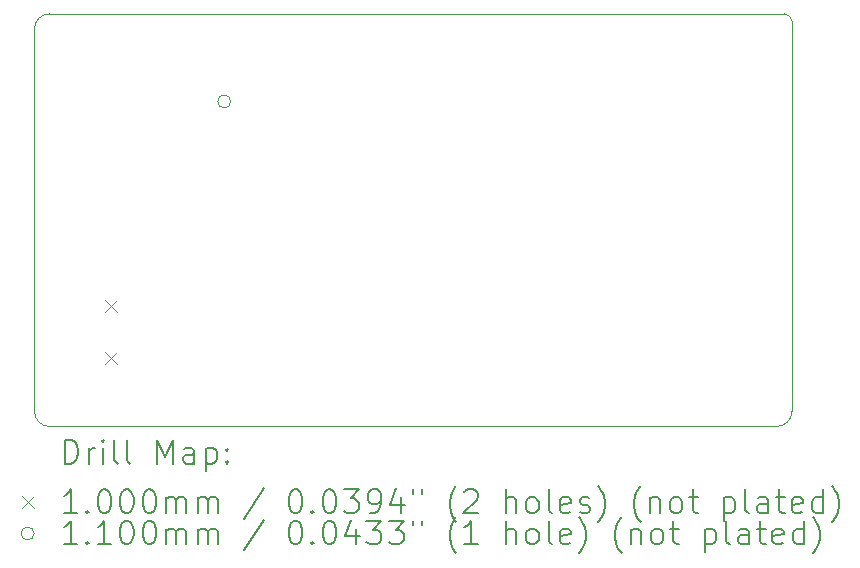
<source format=gbr>
%TF.GenerationSoftware,KiCad,Pcbnew,7.0.7*%
%TF.CreationDate,2023-10-24T17:10:39+02:00*%
%TF.ProjectId,Carte_Clavier,43617274-655f-4436-9c61-766965722e6b,rev?*%
%TF.SameCoordinates,Original*%
%TF.FileFunction,Drillmap*%
%TF.FilePolarity,Positive*%
%FSLAX45Y45*%
G04 Gerber Fmt 4.5, Leading zero omitted, Abs format (unit mm)*
G04 Created by KiCad (PCBNEW 7.0.7) date 2023-10-24 17:10:39*
%MOMM*%
%LPD*%
G01*
G04 APERTURE LIST*
%ADD10C,0.050000*%
%ADD11C,0.200000*%
%ADD12C,0.100000*%
%ADD13C,0.110000*%
G04 APERTURE END LIST*
D10*
X19177000Y-7874000D02*
G75*
G03*
X19113500Y-7810500I-63500J0D01*
G01*
X19113500Y-7810500D02*
X12890500Y-7810500D01*
X19177000Y-7874000D02*
X19177000Y-11176000D01*
X12763500Y-7937500D02*
X12763500Y-11176000D01*
X19050000Y-11303000D02*
X12890500Y-11303000D01*
X19050000Y-11303000D02*
G75*
G03*
X19177000Y-11176000I0J127000D01*
G01*
X12763500Y-11176000D02*
G75*
G03*
X12890500Y-11303000I127000J0D01*
G01*
X12890500Y-7810500D02*
G75*
G03*
X12763500Y-7937500I0J-127000D01*
G01*
D11*
D12*
X13362020Y-10232900D02*
X13462020Y-10332900D01*
X13462020Y-10232900D02*
X13362020Y-10332900D01*
X13362020Y-10672900D02*
X13462020Y-10772900D01*
X13462020Y-10672900D02*
X13362020Y-10772900D01*
D13*
X14425320Y-8551800D02*
G75*
G03*
X14425320Y-8551800I-55000J0D01*
G01*
D11*
X13021777Y-11616984D02*
X13021777Y-11416984D01*
X13021777Y-11416984D02*
X13069396Y-11416984D01*
X13069396Y-11416984D02*
X13097967Y-11426508D01*
X13097967Y-11426508D02*
X13117015Y-11445555D01*
X13117015Y-11445555D02*
X13126539Y-11464603D01*
X13126539Y-11464603D02*
X13136062Y-11502698D01*
X13136062Y-11502698D02*
X13136062Y-11531269D01*
X13136062Y-11531269D02*
X13126539Y-11569365D01*
X13126539Y-11569365D02*
X13117015Y-11588412D01*
X13117015Y-11588412D02*
X13097967Y-11607460D01*
X13097967Y-11607460D02*
X13069396Y-11616984D01*
X13069396Y-11616984D02*
X13021777Y-11616984D01*
X13221777Y-11616984D02*
X13221777Y-11483650D01*
X13221777Y-11521746D02*
X13231301Y-11502698D01*
X13231301Y-11502698D02*
X13240824Y-11493174D01*
X13240824Y-11493174D02*
X13259872Y-11483650D01*
X13259872Y-11483650D02*
X13278920Y-11483650D01*
X13345586Y-11616984D02*
X13345586Y-11483650D01*
X13345586Y-11416984D02*
X13336062Y-11426508D01*
X13336062Y-11426508D02*
X13345586Y-11436031D01*
X13345586Y-11436031D02*
X13355110Y-11426508D01*
X13355110Y-11426508D02*
X13345586Y-11416984D01*
X13345586Y-11416984D02*
X13345586Y-11436031D01*
X13469396Y-11616984D02*
X13450348Y-11607460D01*
X13450348Y-11607460D02*
X13440824Y-11588412D01*
X13440824Y-11588412D02*
X13440824Y-11416984D01*
X13574158Y-11616984D02*
X13555110Y-11607460D01*
X13555110Y-11607460D02*
X13545586Y-11588412D01*
X13545586Y-11588412D02*
X13545586Y-11416984D01*
X13802729Y-11616984D02*
X13802729Y-11416984D01*
X13802729Y-11416984D02*
X13869396Y-11559841D01*
X13869396Y-11559841D02*
X13936062Y-11416984D01*
X13936062Y-11416984D02*
X13936062Y-11616984D01*
X14117015Y-11616984D02*
X14117015Y-11512222D01*
X14117015Y-11512222D02*
X14107491Y-11493174D01*
X14107491Y-11493174D02*
X14088443Y-11483650D01*
X14088443Y-11483650D02*
X14050348Y-11483650D01*
X14050348Y-11483650D02*
X14031301Y-11493174D01*
X14117015Y-11607460D02*
X14097967Y-11616984D01*
X14097967Y-11616984D02*
X14050348Y-11616984D01*
X14050348Y-11616984D02*
X14031301Y-11607460D01*
X14031301Y-11607460D02*
X14021777Y-11588412D01*
X14021777Y-11588412D02*
X14021777Y-11569365D01*
X14021777Y-11569365D02*
X14031301Y-11550317D01*
X14031301Y-11550317D02*
X14050348Y-11540793D01*
X14050348Y-11540793D02*
X14097967Y-11540793D01*
X14097967Y-11540793D02*
X14117015Y-11531269D01*
X14212253Y-11483650D02*
X14212253Y-11683650D01*
X14212253Y-11493174D02*
X14231301Y-11483650D01*
X14231301Y-11483650D02*
X14269396Y-11483650D01*
X14269396Y-11483650D02*
X14288443Y-11493174D01*
X14288443Y-11493174D02*
X14297967Y-11502698D01*
X14297967Y-11502698D02*
X14307491Y-11521746D01*
X14307491Y-11521746D02*
X14307491Y-11578888D01*
X14307491Y-11578888D02*
X14297967Y-11597936D01*
X14297967Y-11597936D02*
X14288443Y-11607460D01*
X14288443Y-11607460D02*
X14269396Y-11616984D01*
X14269396Y-11616984D02*
X14231301Y-11616984D01*
X14231301Y-11616984D02*
X14212253Y-11607460D01*
X14393205Y-11597936D02*
X14402729Y-11607460D01*
X14402729Y-11607460D02*
X14393205Y-11616984D01*
X14393205Y-11616984D02*
X14383682Y-11607460D01*
X14383682Y-11607460D02*
X14393205Y-11597936D01*
X14393205Y-11597936D02*
X14393205Y-11616984D01*
X14393205Y-11493174D02*
X14402729Y-11502698D01*
X14402729Y-11502698D02*
X14393205Y-11512222D01*
X14393205Y-11512222D02*
X14383682Y-11502698D01*
X14383682Y-11502698D02*
X14393205Y-11493174D01*
X14393205Y-11493174D02*
X14393205Y-11512222D01*
D12*
X12661000Y-11895500D02*
X12761000Y-11995500D01*
X12761000Y-11895500D02*
X12661000Y-11995500D01*
D11*
X13126539Y-12036984D02*
X13012253Y-12036984D01*
X13069396Y-12036984D02*
X13069396Y-11836984D01*
X13069396Y-11836984D02*
X13050348Y-11865555D01*
X13050348Y-11865555D02*
X13031301Y-11884603D01*
X13031301Y-11884603D02*
X13012253Y-11894127D01*
X13212253Y-12017936D02*
X13221777Y-12027460D01*
X13221777Y-12027460D02*
X13212253Y-12036984D01*
X13212253Y-12036984D02*
X13202729Y-12027460D01*
X13202729Y-12027460D02*
X13212253Y-12017936D01*
X13212253Y-12017936D02*
X13212253Y-12036984D01*
X13345586Y-11836984D02*
X13364634Y-11836984D01*
X13364634Y-11836984D02*
X13383682Y-11846508D01*
X13383682Y-11846508D02*
X13393205Y-11856031D01*
X13393205Y-11856031D02*
X13402729Y-11875079D01*
X13402729Y-11875079D02*
X13412253Y-11913174D01*
X13412253Y-11913174D02*
X13412253Y-11960793D01*
X13412253Y-11960793D02*
X13402729Y-11998888D01*
X13402729Y-11998888D02*
X13393205Y-12017936D01*
X13393205Y-12017936D02*
X13383682Y-12027460D01*
X13383682Y-12027460D02*
X13364634Y-12036984D01*
X13364634Y-12036984D02*
X13345586Y-12036984D01*
X13345586Y-12036984D02*
X13326539Y-12027460D01*
X13326539Y-12027460D02*
X13317015Y-12017936D01*
X13317015Y-12017936D02*
X13307491Y-11998888D01*
X13307491Y-11998888D02*
X13297967Y-11960793D01*
X13297967Y-11960793D02*
X13297967Y-11913174D01*
X13297967Y-11913174D02*
X13307491Y-11875079D01*
X13307491Y-11875079D02*
X13317015Y-11856031D01*
X13317015Y-11856031D02*
X13326539Y-11846508D01*
X13326539Y-11846508D02*
X13345586Y-11836984D01*
X13536062Y-11836984D02*
X13555110Y-11836984D01*
X13555110Y-11836984D02*
X13574158Y-11846508D01*
X13574158Y-11846508D02*
X13583682Y-11856031D01*
X13583682Y-11856031D02*
X13593205Y-11875079D01*
X13593205Y-11875079D02*
X13602729Y-11913174D01*
X13602729Y-11913174D02*
X13602729Y-11960793D01*
X13602729Y-11960793D02*
X13593205Y-11998888D01*
X13593205Y-11998888D02*
X13583682Y-12017936D01*
X13583682Y-12017936D02*
X13574158Y-12027460D01*
X13574158Y-12027460D02*
X13555110Y-12036984D01*
X13555110Y-12036984D02*
X13536062Y-12036984D01*
X13536062Y-12036984D02*
X13517015Y-12027460D01*
X13517015Y-12027460D02*
X13507491Y-12017936D01*
X13507491Y-12017936D02*
X13497967Y-11998888D01*
X13497967Y-11998888D02*
X13488443Y-11960793D01*
X13488443Y-11960793D02*
X13488443Y-11913174D01*
X13488443Y-11913174D02*
X13497967Y-11875079D01*
X13497967Y-11875079D02*
X13507491Y-11856031D01*
X13507491Y-11856031D02*
X13517015Y-11846508D01*
X13517015Y-11846508D02*
X13536062Y-11836984D01*
X13726539Y-11836984D02*
X13745586Y-11836984D01*
X13745586Y-11836984D02*
X13764634Y-11846508D01*
X13764634Y-11846508D02*
X13774158Y-11856031D01*
X13774158Y-11856031D02*
X13783682Y-11875079D01*
X13783682Y-11875079D02*
X13793205Y-11913174D01*
X13793205Y-11913174D02*
X13793205Y-11960793D01*
X13793205Y-11960793D02*
X13783682Y-11998888D01*
X13783682Y-11998888D02*
X13774158Y-12017936D01*
X13774158Y-12017936D02*
X13764634Y-12027460D01*
X13764634Y-12027460D02*
X13745586Y-12036984D01*
X13745586Y-12036984D02*
X13726539Y-12036984D01*
X13726539Y-12036984D02*
X13707491Y-12027460D01*
X13707491Y-12027460D02*
X13697967Y-12017936D01*
X13697967Y-12017936D02*
X13688443Y-11998888D01*
X13688443Y-11998888D02*
X13678920Y-11960793D01*
X13678920Y-11960793D02*
X13678920Y-11913174D01*
X13678920Y-11913174D02*
X13688443Y-11875079D01*
X13688443Y-11875079D02*
X13697967Y-11856031D01*
X13697967Y-11856031D02*
X13707491Y-11846508D01*
X13707491Y-11846508D02*
X13726539Y-11836984D01*
X13878920Y-12036984D02*
X13878920Y-11903650D01*
X13878920Y-11922698D02*
X13888443Y-11913174D01*
X13888443Y-11913174D02*
X13907491Y-11903650D01*
X13907491Y-11903650D02*
X13936063Y-11903650D01*
X13936063Y-11903650D02*
X13955110Y-11913174D01*
X13955110Y-11913174D02*
X13964634Y-11932222D01*
X13964634Y-11932222D02*
X13964634Y-12036984D01*
X13964634Y-11932222D02*
X13974158Y-11913174D01*
X13974158Y-11913174D02*
X13993205Y-11903650D01*
X13993205Y-11903650D02*
X14021777Y-11903650D01*
X14021777Y-11903650D02*
X14040824Y-11913174D01*
X14040824Y-11913174D02*
X14050348Y-11932222D01*
X14050348Y-11932222D02*
X14050348Y-12036984D01*
X14145586Y-12036984D02*
X14145586Y-11903650D01*
X14145586Y-11922698D02*
X14155110Y-11913174D01*
X14155110Y-11913174D02*
X14174158Y-11903650D01*
X14174158Y-11903650D02*
X14202729Y-11903650D01*
X14202729Y-11903650D02*
X14221777Y-11913174D01*
X14221777Y-11913174D02*
X14231301Y-11932222D01*
X14231301Y-11932222D02*
X14231301Y-12036984D01*
X14231301Y-11932222D02*
X14240824Y-11913174D01*
X14240824Y-11913174D02*
X14259872Y-11903650D01*
X14259872Y-11903650D02*
X14288443Y-11903650D01*
X14288443Y-11903650D02*
X14307491Y-11913174D01*
X14307491Y-11913174D02*
X14317015Y-11932222D01*
X14317015Y-11932222D02*
X14317015Y-12036984D01*
X14707491Y-11827460D02*
X14536063Y-12084603D01*
X14964634Y-11836984D02*
X14983682Y-11836984D01*
X14983682Y-11836984D02*
X15002729Y-11846508D01*
X15002729Y-11846508D02*
X15012253Y-11856031D01*
X15012253Y-11856031D02*
X15021777Y-11875079D01*
X15021777Y-11875079D02*
X15031301Y-11913174D01*
X15031301Y-11913174D02*
X15031301Y-11960793D01*
X15031301Y-11960793D02*
X15021777Y-11998888D01*
X15021777Y-11998888D02*
X15012253Y-12017936D01*
X15012253Y-12017936D02*
X15002729Y-12027460D01*
X15002729Y-12027460D02*
X14983682Y-12036984D01*
X14983682Y-12036984D02*
X14964634Y-12036984D01*
X14964634Y-12036984D02*
X14945586Y-12027460D01*
X14945586Y-12027460D02*
X14936063Y-12017936D01*
X14936063Y-12017936D02*
X14926539Y-11998888D01*
X14926539Y-11998888D02*
X14917015Y-11960793D01*
X14917015Y-11960793D02*
X14917015Y-11913174D01*
X14917015Y-11913174D02*
X14926539Y-11875079D01*
X14926539Y-11875079D02*
X14936063Y-11856031D01*
X14936063Y-11856031D02*
X14945586Y-11846508D01*
X14945586Y-11846508D02*
X14964634Y-11836984D01*
X15117015Y-12017936D02*
X15126539Y-12027460D01*
X15126539Y-12027460D02*
X15117015Y-12036984D01*
X15117015Y-12036984D02*
X15107491Y-12027460D01*
X15107491Y-12027460D02*
X15117015Y-12017936D01*
X15117015Y-12017936D02*
X15117015Y-12036984D01*
X15250348Y-11836984D02*
X15269396Y-11836984D01*
X15269396Y-11836984D02*
X15288444Y-11846508D01*
X15288444Y-11846508D02*
X15297967Y-11856031D01*
X15297967Y-11856031D02*
X15307491Y-11875079D01*
X15307491Y-11875079D02*
X15317015Y-11913174D01*
X15317015Y-11913174D02*
X15317015Y-11960793D01*
X15317015Y-11960793D02*
X15307491Y-11998888D01*
X15307491Y-11998888D02*
X15297967Y-12017936D01*
X15297967Y-12017936D02*
X15288444Y-12027460D01*
X15288444Y-12027460D02*
X15269396Y-12036984D01*
X15269396Y-12036984D02*
X15250348Y-12036984D01*
X15250348Y-12036984D02*
X15231301Y-12027460D01*
X15231301Y-12027460D02*
X15221777Y-12017936D01*
X15221777Y-12017936D02*
X15212253Y-11998888D01*
X15212253Y-11998888D02*
X15202729Y-11960793D01*
X15202729Y-11960793D02*
X15202729Y-11913174D01*
X15202729Y-11913174D02*
X15212253Y-11875079D01*
X15212253Y-11875079D02*
X15221777Y-11856031D01*
X15221777Y-11856031D02*
X15231301Y-11846508D01*
X15231301Y-11846508D02*
X15250348Y-11836984D01*
X15383682Y-11836984D02*
X15507491Y-11836984D01*
X15507491Y-11836984D02*
X15440825Y-11913174D01*
X15440825Y-11913174D02*
X15469396Y-11913174D01*
X15469396Y-11913174D02*
X15488444Y-11922698D01*
X15488444Y-11922698D02*
X15497967Y-11932222D01*
X15497967Y-11932222D02*
X15507491Y-11951269D01*
X15507491Y-11951269D02*
X15507491Y-11998888D01*
X15507491Y-11998888D02*
X15497967Y-12017936D01*
X15497967Y-12017936D02*
X15488444Y-12027460D01*
X15488444Y-12027460D02*
X15469396Y-12036984D01*
X15469396Y-12036984D02*
X15412253Y-12036984D01*
X15412253Y-12036984D02*
X15393206Y-12027460D01*
X15393206Y-12027460D02*
X15383682Y-12017936D01*
X15602729Y-12036984D02*
X15640825Y-12036984D01*
X15640825Y-12036984D02*
X15659872Y-12027460D01*
X15659872Y-12027460D02*
X15669396Y-12017936D01*
X15669396Y-12017936D02*
X15688444Y-11989365D01*
X15688444Y-11989365D02*
X15697967Y-11951269D01*
X15697967Y-11951269D02*
X15697967Y-11875079D01*
X15697967Y-11875079D02*
X15688444Y-11856031D01*
X15688444Y-11856031D02*
X15678920Y-11846508D01*
X15678920Y-11846508D02*
X15659872Y-11836984D01*
X15659872Y-11836984D02*
X15621777Y-11836984D01*
X15621777Y-11836984D02*
X15602729Y-11846508D01*
X15602729Y-11846508D02*
X15593206Y-11856031D01*
X15593206Y-11856031D02*
X15583682Y-11875079D01*
X15583682Y-11875079D02*
X15583682Y-11922698D01*
X15583682Y-11922698D02*
X15593206Y-11941746D01*
X15593206Y-11941746D02*
X15602729Y-11951269D01*
X15602729Y-11951269D02*
X15621777Y-11960793D01*
X15621777Y-11960793D02*
X15659872Y-11960793D01*
X15659872Y-11960793D02*
X15678920Y-11951269D01*
X15678920Y-11951269D02*
X15688444Y-11941746D01*
X15688444Y-11941746D02*
X15697967Y-11922698D01*
X15869396Y-11903650D02*
X15869396Y-12036984D01*
X15821777Y-11827460D02*
X15774158Y-11970317D01*
X15774158Y-11970317D02*
X15897967Y-11970317D01*
X15964634Y-11836984D02*
X15964634Y-11875079D01*
X16040825Y-11836984D02*
X16040825Y-11875079D01*
X16336063Y-12113174D02*
X16326539Y-12103650D01*
X16326539Y-12103650D02*
X16307491Y-12075079D01*
X16307491Y-12075079D02*
X16297968Y-12056031D01*
X16297968Y-12056031D02*
X16288444Y-12027460D01*
X16288444Y-12027460D02*
X16278920Y-11979841D01*
X16278920Y-11979841D02*
X16278920Y-11941746D01*
X16278920Y-11941746D02*
X16288444Y-11894127D01*
X16288444Y-11894127D02*
X16297968Y-11865555D01*
X16297968Y-11865555D02*
X16307491Y-11846508D01*
X16307491Y-11846508D02*
X16326539Y-11817936D01*
X16326539Y-11817936D02*
X16336063Y-11808412D01*
X16402729Y-11856031D02*
X16412253Y-11846508D01*
X16412253Y-11846508D02*
X16431301Y-11836984D01*
X16431301Y-11836984D02*
X16478920Y-11836984D01*
X16478920Y-11836984D02*
X16497968Y-11846508D01*
X16497968Y-11846508D02*
X16507491Y-11856031D01*
X16507491Y-11856031D02*
X16517015Y-11875079D01*
X16517015Y-11875079D02*
X16517015Y-11894127D01*
X16517015Y-11894127D02*
X16507491Y-11922698D01*
X16507491Y-11922698D02*
X16393206Y-12036984D01*
X16393206Y-12036984D02*
X16517015Y-12036984D01*
X16755110Y-12036984D02*
X16755110Y-11836984D01*
X16840825Y-12036984D02*
X16840825Y-11932222D01*
X16840825Y-11932222D02*
X16831301Y-11913174D01*
X16831301Y-11913174D02*
X16812253Y-11903650D01*
X16812253Y-11903650D02*
X16783682Y-11903650D01*
X16783682Y-11903650D02*
X16764634Y-11913174D01*
X16764634Y-11913174D02*
X16755110Y-11922698D01*
X16964634Y-12036984D02*
X16945587Y-12027460D01*
X16945587Y-12027460D02*
X16936063Y-12017936D01*
X16936063Y-12017936D02*
X16926539Y-11998888D01*
X16926539Y-11998888D02*
X16926539Y-11941746D01*
X16926539Y-11941746D02*
X16936063Y-11922698D01*
X16936063Y-11922698D02*
X16945587Y-11913174D01*
X16945587Y-11913174D02*
X16964634Y-11903650D01*
X16964634Y-11903650D02*
X16993206Y-11903650D01*
X16993206Y-11903650D02*
X17012253Y-11913174D01*
X17012253Y-11913174D02*
X17021777Y-11922698D01*
X17021777Y-11922698D02*
X17031301Y-11941746D01*
X17031301Y-11941746D02*
X17031301Y-11998888D01*
X17031301Y-11998888D02*
X17021777Y-12017936D01*
X17021777Y-12017936D02*
X17012253Y-12027460D01*
X17012253Y-12027460D02*
X16993206Y-12036984D01*
X16993206Y-12036984D02*
X16964634Y-12036984D01*
X17145587Y-12036984D02*
X17126539Y-12027460D01*
X17126539Y-12027460D02*
X17117015Y-12008412D01*
X17117015Y-12008412D02*
X17117015Y-11836984D01*
X17297968Y-12027460D02*
X17278920Y-12036984D01*
X17278920Y-12036984D02*
X17240825Y-12036984D01*
X17240825Y-12036984D02*
X17221777Y-12027460D01*
X17221777Y-12027460D02*
X17212253Y-12008412D01*
X17212253Y-12008412D02*
X17212253Y-11932222D01*
X17212253Y-11932222D02*
X17221777Y-11913174D01*
X17221777Y-11913174D02*
X17240825Y-11903650D01*
X17240825Y-11903650D02*
X17278920Y-11903650D01*
X17278920Y-11903650D02*
X17297968Y-11913174D01*
X17297968Y-11913174D02*
X17307492Y-11932222D01*
X17307492Y-11932222D02*
X17307492Y-11951269D01*
X17307492Y-11951269D02*
X17212253Y-11970317D01*
X17383682Y-12027460D02*
X17402730Y-12036984D01*
X17402730Y-12036984D02*
X17440825Y-12036984D01*
X17440825Y-12036984D02*
X17459873Y-12027460D01*
X17459873Y-12027460D02*
X17469396Y-12008412D01*
X17469396Y-12008412D02*
X17469396Y-11998888D01*
X17469396Y-11998888D02*
X17459873Y-11979841D01*
X17459873Y-11979841D02*
X17440825Y-11970317D01*
X17440825Y-11970317D02*
X17412253Y-11970317D01*
X17412253Y-11970317D02*
X17393206Y-11960793D01*
X17393206Y-11960793D02*
X17383682Y-11941746D01*
X17383682Y-11941746D02*
X17383682Y-11932222D01*
X17383682Y-11932222D02*
X17393206Y-11913174D01*
X17393206Y-11913174D02*
X17412253Y-11903650D01*
X17412253Y-11903650D02*
X17440825Y-11903650D01*
X17440825Y-11903650D02*
X17459873Y-11913174D01*
X17536063Y-12113174D02*
X17545587Y-12103650D01*
X17545587Y-12103650D02*
X17564634Y-12075079D01*
X17564634Y-12075079D02*
X17574158Y-12056031D01*
X17574158Y-12056031D02*
X17583682Y-12027460D01*
X17583682Y-12027460D02*
X17593206Y-11979841D01*
X17593206Y-11979841D02*
X17593206Y-11941746D01*
X17593206Y-11941746D02*
X17583682Y-11894127D01*
X17583682Y-11894127D02*
X17574158Y-11865555D01*
X17574158Y-11865555D02*
X17564634Y-11846508D01*
X17564634Y-11846508D02*
X17545587Y-11817936D01*
X17545587Y-11817936D02*
X17536063Y-11808412D01*
X17897968Y-12113174D02*
X17888444Y-12103650D01*
X17888444Y-12103650D02*
X17869396Y-12075079D01*
X17869396Y-12075079D02*
X17859873Y-12056031D01*
X17859873Y-12056031D02*
X17850349Y-12027460D01*
X17850349Y-12027460D02*
X17840825Y-11979841D01*
X17840825Y-11979841D02*
X17840825Y-11941746D01*
X17840825Y-11941746D02*
X17850349Y-11894127D01*
X17850349Y-11894127D02*
X17859873Y-11865555D01*
X17859873Y-11865555D02*
X17869396Y-11846508D01*
X17869396Y-11846508D02*
X17888444Y-11817936D01*
X17888444Y-11817936D02*
X17897968Y-11808412D01*
X17974158Y-11903650D02*
X17974158Y-12036984D01*
X17974158Y-11922698D02*
X17983682Y-11913174D01*
X17983682Y-11913174D02*
X18002730Y-11903650D01*
X18002730Y-11903650D02*
X18031301Y-11903650D01*
X18031301Y-11903650D02*
X18050349Y-11913174D01*
X18050349Y-11913174D02*
X18059873Y-11932222D01*
X18059873Y-11932222D02*
X18059873Y-12036984D01*
X18183682Y-12036984D02*
X18164634Y-12027460D01*
X18164634Y-12027460D02*
X18155111Y-12017936D01*
X18155111Y-12017936D02*
X18145587Y-11998888D01*
X18145587Y-11998888D02*
X18145587Y-11941746D01*
X18145587Y-11941746D02*
X18155111Y-11922698D01*
X18155111Y-11922698D02*
X18164634Y-11913174D01*
X18164634Y-11913174D02*
X18183682Y-11903650D01*
X18183682Y-11903650D02*
X18212254Y-11903650D01*
X18212254Y-11903650D02*
X18231301Y-11913174D01*
X18231301Y-11913174D02*
X18240825Y-11922698D01*
X18240825Y-11922698D02*
X18250349Y-11941746D01*
X18250349Y-11941746D02*
X18250349Y-11998888D01*
X18250349Y-11998888D02*
X18240825Y-12017936D01*
X18240825Y-12017936D02*
X18231301Y-12027460D01*
X18231301Y-12027460D02*
X18212254Y-12036984D01*
X18212254Y-12036984D02*
X18183682Y-12036984D01*
X18307492Y-11903650D02*
X18383682Y-11903650D01*
X18336063Y-11836984D02*
X18336063Y-12008412D01*
X18336063Y-12008412D02*
X18345587Y-12027460D01*
X18345587Y-12027460D02*
X18364634Y-12036984D01*
X18364634Y-12036984D02*
X18383682Y-12036984D01*
X18602730Y-11903650D02*
X18602730Y-12103650D01*
X18602730Y-11913174D02*
X18621777Y-11903650D01*
X18621777Y-11903650D02*
X18659873Y-11903650D01*
X18659873Y-11903650D02*
X18678920Y-11913174D01*
X18678920Y-11913174D02*
X18688444Y-11922698D01*
X18688444Y-11922698D02*
X18697968Y-11941746D01*
X18697968Y-11941746D02*
X18697968Y-11998888D01*
X18697968Y-11998888D02*
X18688444Y-12017936D01*
X18688444Y-12017936D02*
X18678920Y-12027460D01*
X18678920Y-12027460D02*
X18659873Y-12036984D01*
X18659873Y-12036984D02*
X18621777Y-12036984D01*
X18621777Y-12036984D02*
X18602730Y-12027460D01*
X18812254Y-12036984D02*
X18793206Y-12027460D01*
X18793206Y-12027460D02*
X18783682Y-12008412D01*
X18783682Y-12008412D02*
X18783682Y-11836984D01*
X18974158Y-12036984D02*
X18974158Y-11932222D01*
X18974158Y-11932222D02*
X18964635Y-11913174D01*
X18964635Y-11913174D02*
X18945587Y-11903650D01*
X18945587Y-11903650D02*
X18907492Y-11903650D01*
X18907492Y-11903650D02*
X18888444Y-11913174D01*
X18974158Y-12027460D02*
X18955111Y-12036984D01*
X18955111Y-12036984D02*
X18907492Y-12036984D01*
X18907492Y-12036984D02*
X18888444Y-12027460D01*
X18888444Y-12027460D02*
X18878920Y-12008412D01*
X18878920Y-12008412D02*
X18878920Y-11989365D01*
X18878920Y-11989365D02*
X18888444Y-11970317D01*
X18888444Y-11970317D02*
X18907492Y-11960793D01*
X18907492Y-11960793D02*
X18955111Y-11960793D01*
X18955111Y-11960793D02*
X18974158Y-11951269D01*
X19040825Y-11903650D02*
X19117015Y-11903650D01*
X19069396Y-11836984D02*
X19069396Y-12008412D01*
X19069396Y-12008412D02*
X19078920Y-12027460D01*
X19078920Y-12027460D02*
X19097968Y-12036984D01*
X19097968Y-12036984D02*
X19117015Y-12036984D01*
X19259873Y-12027460D02*
X19240825Y-12036984D01*
X19240825Y-12036984D02*
X19202730Y-12036984D01*
X19202730Y-12036984D02*
X19183682Y-12027460D01*
X19183682Y-12027460D02*
X19174158Y-12008412D01*
X19174158Y-12008412D02*
X19174158Y-11932222D01*
X19174158Y-11932222D02*
X19183682Y-11913174D01*
X19183682Y-11913174D02*
X19202730Y-11903650D01*
X19202730Y-11903650D02*
X19240825Y-11903650D01*
X19240825Y-11903650D02*
X19259873Y-11913174D01*
X19259873Y-11913174D02*
X19269396Y-11932222D01*
X19269396Y-11932222D02*
X19269396Y-11951269D01*
X19269396Y-11951269D02*
X19174158Y-11970317D01*
X19440825Y-12036984D02*
X19440825Y-11836984D01*
X19440825Y-12027460D02*
X19421777Y-12036984D01*
X19421777Y-12036984D02*
X19383682Y-12036984D01*
X19383682Y-12036984D02*
X19364635Y-12027460D01*
X19364635Y-12027460D02*
X19355111Y-12017936D01*
X19355111Y-12017936D02*
X19345587Y-11998888D01*
X19345587Y-11998888D02*
X19345587Y-11941746D01*
X19345587Y-11941746D02*
X19355111Y-11922698D01*
X19355111Y-11922698D02*
X19364635Y-11913174D01*
X19364635Y-11913174D02*
X19383682Y-11903650D01*
X19383682Y-11903650D02*
X19421777Y-11903650D01*
X19421777Y-11903650D02*
X19440825Y-11913174D01*
X19517016Y-12113174D02*
X19526539Y-12103650D01*
X19526539Y-12103650D02*
X19545587Y-12075079D01*
X19545587Y-12075079D02*
X19555111Y-12056031D01*
X19555111Y-12056031D02*
X19564635Y-12027460D01*
X19564635Y-12027460D02*
X19574158Y-11979841D01*
X19574158Y-11979841D02*
X19574158Y-11941746D01*
X19574158Y-11941746D02*
X19564635Y-11894127D01*
X19564635Y-11894127D02*
X19555111Y-11865555D01*
X19555111Y-11865555D02*
X19545587Y-11846508D01*
X19545587Y-11846508D02*
X19526539Y-11817936D01*
X19526539Y-11817936D02*
X19517016Y-11808412D01*
D13*
X12761000Y-12209500D02*
G75*
G03*
X12761000Y-12209500I-55000J0D01*
G01*
D11*
X13126539Y-12300984D02*
X13012253Y-12300984D01*
X13069396Y-12300984D02*
X13069396Y-12100984D01*
X13069396Y-12100984D02*
X13050348Y-12129555D01*
X13050348Y-12129555D02*
X13031301Y-12148603D01*
X13031301Y-12148603D02*
X13012253Y-12158127D01*
X13212253Y-12281936D02*
X13221777Y-12291460D01*
X13221777Y-12291460D02*
X13212253Y-12300984D01*
X13212253Y-12300984D02*
X13202729Y-12291460D01*
X13202729Y-12291460D02*
X13212253Y-12281936D01*
X13212253Y-12281936D02*
X13212253Y-12300984D01*
X13412253Y-12300984D02*
X13297967Y-12300984D01*
X13355110Y-12300984D02*
X13355110Y-12100984D01*
X13355110Y-12100984D02*
X13336062Y-12129555D01*
X13336062Y-12129555D02*
X13317015Y-12148603D01*
X13317015Y-12148603D02*
X13297967Y-12158127D01*
X13536062Y-12100984D02*
X13555110Y-12100984D01*
X13555110Y-12100984D02*
X13574158Y-12110508D01*
X13574158Y-12110508D02*
X13583682Y-12120031D01*
X13583682Y-12120031D02*
X13593205Y-12139079D01*
X13593205Y-12139079D02*
X13602729Y-12177174D01*
X13602729Y-12177174D02*
X13602729Y-12224793D01*
X13602729Y-12224793D02*
X13593205Y-12262888D01*
X13593205Y-12262888D02*
X13583682Y-12281936D01*
X13583682Y-12281936D02*
X13574158Y-12291460D01*
X13574158Y-12291460D02*
X13555110Y-12300984D01*
X13555110Y-12300984D02*
X13536062Y-12300984D01*
X13536062Y-12300984D02*
X13517015Y-12291460D01*
X13517015Y-12291460D02*
X13507491Y-12281936D01*
X13507491Y-12281936D02*
X13497967Y-12262888D01*
X13497967Y-12262888D02*
X13488443Y-12224793D01*
X13488443Y-12224793D02*
X13488443Y-12177174D01*
X13488443Y-12177174D02*
X13497967Y-12139079D01*
X13497967Y-12139079D02*
X13507491Y-12120031D01*
X13507491Y-12120031D02*
X13517015Y-12110508D01*
X13517015Y-12110508D02*
X13536062Y-12100984D01*
X13726539Y-12100984D02*
X13745586Y-12100984D01*
X13745586Y-12100984D02*
X13764634Y-12110508D01*
X13764634Y-12110508D02*
X13774158Y-12120031D01*
X13774158Y-12120031D02*
X13783682Y-12139079D01*
X13783682Y-12139079D02*
X13793205Y-12177174D01*
X13793205Y-12177174D02*
X13793205Y-12224793D01*
X13793205Y-12224793D02*
X13783682Y-12262888D01*
X13783682Y-12262888D02*
X13774158Y-12281936D01*
X13774158Y-12281936D02*
X13764634Y-12291460D01*
X13764634Y-12291460D02*
X13745586Y-12300984D01*
X13745586Y-12300984D02*
X13726539Y-12300984D01*
X13726539Y-12300984D02*
X13707491Y-12291460D01*
X13707491Y-12291460D02*
X13697967Y-12281936D01*
X13697967Y-12281936D02*
X13688443Y-12262888D01*
X13688443Y-12262888D02*
X13678920Y-12224793D01*
X13678920Y-12224793D02*
X13678920Y-12177174D01*
X13678920Y-12177174D02*
X13688443Y-12139079D01*
X13688443Y-12139079D02*
X13697967Y-12120031D01*
X13697967Y-12120031D02*
X13707491Y-12110508D01*
X13707491Y-12110508D02*
X13726539Y-12100984D01*
X13878920Y-12300984D02*
X13878920Y-12167650D01*
X13878920Y-12186698D02*
X13888443Y-12177174D01*
X13888443Y-12177174D02*
X13907491Y-12167650D01*
X13907491Y-12167650D02*
X13936063Y-12167650D01*
X13936063Y-12167650D02*
X13955110Y-12177174D01*
X13955110Y-12177174D02*
X13964634Y-12196222D01*
X13964634Y-12196222D02*
X13964634Y-12300984D01*
X13964634Y-12196222D02*
X13974158Y-12177174D01*
X13974158Y-12177174D02*
X13993205Y-12167650D01*
X13993205Y-12167650D02*
X14021777Y-12167650D01*
X14021777Y-12167650D02*
X14040824Y-12177174D01*
X14040824Y-12177174D02*
X14050348Y-12196222D01*
X14050348Y-12196222D02*
X14050348Y-12300984D01*
X14145586Y-12300984D02*
X14145586Y-12167650D01*
X14145586Y-12186698D02*
X14155110Y-12177174D01*
X14155110Y-12177174D02*
X14174158Y-12167650D01*
X14174158Y-12167650D02*
X14202729Y-12167650D01*
X14202729Y-12167650D02*
X14221777Y-12177174D01*
X14221777Y-12177174D02*
X14231301Y-12196222D01*
X14231301Y-12196222D02*
X14231301Y-12300984D01*
X14231301Y-12196222D02*
X14240824Y-12177174D01*
X14240824Y-12177174D02*
X14259872Y-12167650D01*
X14259872Y-12167650D02*
X14288443Y-12167650D01*
X14288443Y-12167650D02*
X14307491Y-12177174D01*
X14307491Y-12177174D02*
X14317015Y-12196222D01*
X14317015Y-12196222D02*
X14317015Y-12300984D01*
X14707491Y-12091460D02*
X14536063Y-12348603D01*
X14964634Y-12100984D02*
X14983682Y-12100984D01*
X14983682Y-12100984D02*
X15002729Y-12110508D01*
X15002729Y-12110508D02*
X15012253Y-12120031D01*
X15012253Y-12120031D02*
X15021777Y-12139079D01*
X15021777Y-12139079D02*
X15031301Y-12177174D01*
X15031301Y-12177174D02*
X15031301Y-12224793D01*
X15031301Y-12224793D02*
X15021777Y-12262888D01*
X15021777Y-12262888D02*
X15012253Y-12281936D01*
X15012253Y-12281936D02*
X15002729Y-12291460D01*
X15002729Y-12291460D02*
X14983682Y-12300984D01*
X14983682Y-12300984D02*
X14964634Y-12300984D01*
X14964634Y-12300984D02*
X14945586Y-12291460D01*
X14945586Y-12291460D02*
X14936063Y-12281936D01*
X14936063Y-12281936D02*
X14926539Y-12262888D01*
X14926539Y-12262888D02*
X14917015Y-12224793D01*
X14917015Y-12224793D02*
X14917015Y-12177174D01*
X14917015Y-12177174D02*
X14926539Y-12139079D01*
X14926539Y-12139079D02*
X14936063Y-12120031D01*
X14936063Y-12120031D02*
X14945586Y-12110508D01*
X14945586Y-12110508D02*
X14964634Y-12100984D01*
X15117015Y-12281936D02*
X15126539Y-12291460D01*
X15126539Y-12291460D02*
X15117015Y-12300984D01*
X15117015Y-12300984D02*
X15107491Y-12291460D01*
X15107491Y-12291460D02*
X15117015Y-12281936D01*
X15117015Y-12281936D02*
X15117015Y-12300984D01*
X15250348Y-12100984D02*
X15269396Y-12100984D01*
X15269396Y-12100984D02*
X15288444Y-12110508D01*
X15288444Y-12110508D02*
X15297967Y-12120031D01*
X15297967Y-12120031D02*
X15307491Y-12139079D01*
X15307491Y-12139079D02*
X15317015Y-12177174D01*
X15317015Y-12177174D02*
X15317015Y-12224793D01*
X15317015Y-12224793D02*
X15307491Y-12262888D01*
X15307491Y-12262888D02*
X15297967Y-12281936D01*
X15297967Y-12281936D02*
X15288444Y-12291460D01*
X15288444Y-12291460D02*
X15269396Y-12300984D01*
X15269396Y-12300984D02*
X15250348Y-12300984D01*
X15250348Y-12300984D02*
X15231301Y-12291460D01*
X15231301Y-12291460D02*
X15221777Y-12281936D01*
X15221777Y-12281936D02*
X15212253Y-12262888D01*
X15212253Y-12262888D02*
X15202729Y-12224793D01*
X15202729Y-12224793D02*
X15202729Y-12177174D01*
X15202729Y-12177174D02*
X15212253Y-12139079D01*
X15212253Y-12139079D02*
X15221777Y-12120031D01*
X15221777Y-12120031D02*
X15231301Y-12110508D01*
X15231301Y-12110508D02*
X15250348Y-12100984D01*
X15488444Y-12167650D02*
X15488444Y-12300984D01*
X15440825Y-12091460D02*
X15393206Y-12234317D01*
X15393206Y-12234317D02*
X15517015Y-12234317D01*
X15574158Y-12100984D02*
X15697967Y-12100984D01*
X15697967Y-12100984D02*
X15631301Y-12177174D01*
X15631301Y-12177174D02*
X15659872Y-12177174D01*
X15659872Y-12177174D02*
X15678920Y-12186698D01*
X15678920Y-12186698D02*
X15688444Y-12196222D01*
X15688444Y-12196222D02*
X15697967Y-12215269D01*
X15697967Y-12215269D02*
X15697967Y-12262888D01*
X15697967Y-12262888D02*
X15688444Y-12281936D01*
X15688444Y-12281936D02*
X15678920Y-12291460D01*
X15678920Y-12291460D02*
X15659872Y-12300984D01*
X15659872Y-12300984D02*
X15602729Y-12300984D01*
X15602729Y-12300984D02*
X15583682Y-12291460D01*
X15583682Y-12291460D02*
X15574158Y-12281936D01*
X15764634Y-12100984D02*
X15888444Y-12100984D01*
X15888444Y-12100984D02*
X15821777Y-12177174D01*
X15821777Y-12177174D02*
X15850348Y-12177174D01*
X15850348Y-12177174D02*
X15869396Y-12186698D01*
X15869396Y-12186698D02*
X15878920Y-12196222D01*
X15878920Y-12196222D02*
X15888444Y-12215269D01*
X15888444Y-12215269D02*
X15888444Y-12262888D01*
X15888444Y-12262888D02*
X15878920Y-12281936D01*
X15878920Y-12281936D02*
X15869396Y-12291460D01*
X15869396Y-12291460D02*
X15850348Y-12300984D01*
X15850348Y-12300984D02*
X15793206Y-12300984D01*
X15793206Y-12300984D02*
X15774158Y-12291460D01*
X15774158Y-12291460D02*
X15764634Y-12281936D01*
X15964634Y-12100984D02*
X15964634Y-12139079D01*
X16040825Y-12100984D02*
X16040825Y-12139079D01*
X16336063Y-12377174D02*
X16326539Y-12367650D01*
X16326539Y-12367650D02*
X16307491Y-12339079D01*
X16307491Y-12339079D02*
X16297968Y-12320031D01*
X16297968Y-12320031D02*
X16288444Y-12291460D01*
X16288444Y-12291460D02*
X16278920Y-12243841D01*
X16278920Y-12243841D02*
X16278920Y-12205746D01*
X16278920Y-12205746D02*
X16288444Y-12158127D01*
X16288444Y-12158127D02*
X16297968Y-12129555D01*
X16297968Y-12129555D02*
X16307491Y-12110508D01*
X16307491Y-12110508D02*
X16326539Y-12081936D01*
X16326539Y-12081936D02*
X16336063Y-12072412D01*
X16517015Y-12300984D02*
X16402729Y-12300984D01*
X16459872Y-12300984D02*
X16459872Y-12100984D01*
X16459872Y-12100984D02*
X16440825Y-12129555D01*
X16440825Y-12129555D02*
X16421777Y-12148603D01*
X16421777Y-12148603D02*
X16402729Y-12158127D01*
X16755110Y-12300984D02*
X16755110Y-12100984D01*
X16840825Y-12300984D02*
X16840825Y-12196222D01*
X16840825Y-12196222D02*
X16831301Y-12177174D01*
X16831301Y-12177174D02*
X16812253Y-12167650D01*
X16812253Y-12167650D02*
X16783682Y-12167650D01*
X16783682Y-12167650D02*
X16764634Y-12177174D01*
X16764634Y-12177174D02*
X16755110Y-12186698D01*
X16964634Y-12300984D02*
X16945587Y-12291460D01*
X16945587Y-12291460D02*
X16936063Y-12281936D01*
X16936063Y-12281936D02*
X16926539Y-12262888D01*
X16926539Y-12262888D02*
X16926539Y-12205746D01*
X16926539Y-12205746D02*
X16936063Y-12186698D01*
X16936063Y-12186698D02*
X16945587Y-12177174D01*
X16945587Y-12177174D02*
X16964634Y-12167650D01*
X16964634Y-12167650D02*
X16993206Y-12167650D01*
X16993206Y-12167650D02*
X17012253Y-12177174D01*
X17012253Y-12177174D02*
X17021777Y-12186698D01*
X17021777Y-12186698D02*
X17031301Y-12205746D01*
X17031301Y-12205746D02*
X17031301Y-12262888D01*
X17031301Y-12262888D02*
X17021777Y-12281936D01*
X17021777Y-12281936D02*
X17012253Y-12291460D01*
X17012253Y-12291460D02*
X16993206Y-12300984D01*
X16993206Y-12300984D02*
X16964634Y-12300984D01*
X17145587Y-12300984D02*
X17126539Y-12291460D01*
X17126539Y-12291460D02*
X17117015Y-12272412D01*
X17117015Y-12272412D02*
X17117015Y-12100984D01*
X17297968Y-12291460D02*
X17278920Y-12300984D01*
X17278920Y-12300984D02*
X17240825Y-12300984D01*
X17240825Y-12300984D02*
X17221777Y-12291460D01*
X17221777Y-12291460D02*
X17212253Y-12272412D01*
X17212253Y-12272412D02*
X17212253Y-12196222D01*
X17212253Y-12196222D02*
X17221777Y-12177174D01*
X17221777Y-12177174D02*
X17240825Y-12167650D01*
X17240825Y-12167650D02*
X17278920Y-12167650D01*
X17278920Y-12167650D02*
X17297968Y-12177174D01*
X17297968Y-12177174D02*
X17307492Y-12196222D01*
X17307492Y-12196222D02*
X17307492Y-12215269D01*
X17307492Y-12215269D02*
X17212253Y-12234317D01*
X17374158Y-12377174D02*
X17383682Y-12367650D01*
X17383682Y-12367650D02*
X17402730Y-12339079D01*
X17402730Y-12339079D02*
X17412253Y-12320031D01*
X17412253Y-12320031D02*
X17421777Y-12291460D01*
X17421777Y-12291460D02*
X17431301Y-12243841D01*
X17431301Y-12243841D02*
X17431301Y-12205746D01*
X17431301Y-12205746D02*
X17421777Y-12158127D01*
X17421777Y-12158127D02*
X17412253Y-12129555D01*
X17412253Y-12129555D02*
X17402730Y-12110508D01*
X17402730Y-12110508D02*
X17383682Y-12081936D01*
X17383682Y-12081936D02*
X17374158Y-12072412D01*
X17736063Y-12377174D02*
X17726539Y-12367650D01*
X17726539Y-12367650D02*
X17707492Y-12339079D01*
X17707492Y-12339079D02*
X17697968Y-12320031D01*
X17697968Y-12320031D02*
X17688444Y-12291460D01*
X17688444Y-12291460D02*
X17678920Y-12243841D01*
X17678920Y-12243841D02*
X17678920Y-12205746D01*
X17678920Y-12205746D02*
X17688444Y-12158127D01*
X17688444Y-12158127D02*
X17697968Y-12129555D01*
X17697968Y-12129555D02*
X17707492Y-12110508D01*
X17707492Y-12110508D02*
X17726539Y-12081936D01*
X17726539Y-12081936D02*
X17736063Y-12072412D01*
X17812253Y-12167650D02*
X17812253Y-12300984D01*
X17812253Y-12186698D02*
X17821777Y-12177174D01*
X17821777Y-12177174D02*
X17840825Y-12167650D01*
X17840825Y-12167650D02*
X17869396Y-12167650D01*
X17869396Y-12167650D02*
X17888444Y-12177174D01*
X17888444Y-12177174D02*
X17897968Y-12196222D01*
X17897968Y-12196222D02*
X17897968Y-12300984D01*
X18021777Y-12300984D02*
X18002730Y-12291460D01*
X18002730Y-12291460D02*
X17993206Y-12281936D01*
X17993206Y-12281936D02*
X17983682Y-12262888D01*
X17983682Y-12262888D02*
X17983682Y-12205746D01*
X17983682Y-12205746D02*
X17993206Y-12186698D01*
X17993206Y-12186698D02*
X18002730Y-12177174D01*
X18002730Y-12177174D02*
X18021777Y-12167650D01*
X18021777Y-12167650D02*
X18050349Y-12167650D01*
X18050349Y-12167650D02*
X18069396Y-12177174D01*
X18069396Y-12177174D02*
X18078920Y-12186698D01*
X18078920Y-12186698D02*
X18088444Y-12205746D01*
X18088444Y-12205746D02*
X18088444Y-12262888D01*
X18088444Y-12262888D02*
X18078920Y-12281936D01*
X18078920Y-12281936D02*
X18069396Y-12291460D01*
X18069396Y-12291460D02*
X18050349Y-12300984D01*
X18050349Y-12300984D02*
X18021777Y-12300984D01*
X18145587Y-12167650D02*
X18221777Y-12167650D01*
X18174158Y-12100984D02*
X18174158Y-12272412D01*
X18174158Y-12272412D02*
X18183682Y-12291460D01*
X18183682Y-12291460D02*
X18202730Y-12300984D01*
X18202730Y-12300984D02*
X18221777Y-12300984D01*
X18440825Y-12167650D02*
X18440825Y-12367650D01*
X18440825Y-12177174D02*
X18459873Y-12167650D01*
X18459873Y-12167650D02*
X18497968Y-12167650D01*
X18497968Y-12167650D02*
X18517015Y-12177174D01*
X18517015Y-12177174D02*
X18526539Y-12186698D01*
X18526539Y-12186698D02*
X18536063Y-12205746D01*
X18536063Y-12205746D02*
X18536063Y-12262888D01*
X18536063Y-12262888D02*
X18526539Y-12281936D01*
X18526539Y-12281936D02*
X18517015Y-12291460D01*
X18517015Y-12291460D02*
X18497968Y-12300984D01*
X18497968Y-12300984D02*
X18459873Y-12300984D01*
X18459873Y-12300984D02*
X18440825Y-12291460D01*
X18650349Y-12300984D02*
X18631301Y-12291460D01*
X18631301Y-12291460D02*
X18621777Y-12272412D01*
X18621777Y-12272412D02*
X18621777Y-12100984D01*
X18812254Y-12300984D02*
X18812254Y-12196222D01*
X18812254Y-12196222D02*
X18802730Y-12177174D01*
X18802730Y-12177174D02*
X18783682Y-12167650D01*
X18783682Y-12167650D02*
X18745587Y-12167650D01*
X18745587Y-12167650D02*
X18726539Y-12177174D01*
X18812254Y-12291460D02*
X18793206Y-12300984D01*
X18793206Y-12300984D02*
X18745587Y-12300984D01*
X18745587Y-12300984D02*
X18726539Y-12291460D01*
X18726539Y-12291460D02*
X18717015Y-12272412D01*
X18717015Y-12272412D02*
X18717015Y-12253365D01*
X18717015Y-12253365D02*
X18726539Y-12234317D01*
X18726539Y-12234317D02*
X18745587Y-12224793D01*
X18745587Y-12224793D02*
X18793206Y-12224793D01*
X18793206Y-12224793D02*
X18812254Y-12215269D01*
X18878920Y-12167650D02*
X18955111Y-12167650D01*
X18907492Y-12100984D02*
X18907492Y-12272412D01*
X18907492Y-12272412D02*
X18917015Y-12291460D01*
X18917015Y-12291460D02*
X18936063Y-12300984D01*
X18936063Y-12300984D02*
X18955111Y-12300984D01*
X19097968Y-12291460D02*
X19078920Y-12300984D01*
X19078920Y-12300984D02*
X19040825Y-12300984D01*
X19040825Y-12300984D02*
X19021777Y-12291460D01*
X19021777Y-12291460D02*
X19012254Y-12272412D01*
X19012254Y-12272412D02*
X19012254Y-12196222D01*
X19012254Y-12196222D02*
X19021777Y-12177174D01*
X19021777Y-12177174D02*
X19040825Y-12167650D01*
X19040825Y-12167650D02*
X19078920Y-12167650D01*
X19078920Y-12167650D02*
X19097968Y-12177174D01*
X19097968Y-12177174D02*
X19107492Y-12196222D01*
X19107492Y-12196222D02*
X19107492Y-12215269D01*
X19107492Y-12215269D02*
X19012254Y-12234317D01*
X19278920Y-12300984D02*
X19278920Y-12100984D01*
X19278920Y-12291460D02*
X19259873Y-12300984D01*
X19259873Y-12300984D02*
X19221777Y-12300984D01*
X19221777Y-12300984D02*
X19202730Y-12291460D01*
X19202730Y-12291460D02*
X19193206Y-12281936D01*
X19193206Y-12281936D02*
X19183682Y-12262888D01*
X19183682Y-12262888D02*
X19183682Y-12205746D01*
X19183682Y-12205746D02*
X19193206Y-12186698D01*
X19193206Y-12186698D02*
X19202730Y-12177174D01*
X19202730Y-12177174D02*
X19221777Y-12167650D01*
X19221777Y-12167650D02*
X19259873Y-12167650D01*
X19259873Y-12167650D02*
X19278920Y-12177174D01*
X19355111Y-12377174D02*
X19364635Y-12367650D01*
X19364635Y-12367650D02*
X19383682Y-12339079D01*
X19383682Y-12339079D02*
X19393206Y-12320031D01*
X19393206Y-12320031D02*
X19402730Y-12291460D01*
X19402730Y-12291460D02*
X19412254Y-12243841D01*
X19412254Y-12243841D02*
X19412254Y-12205746D01*
X19412254Y-12205746D02*
X19402730Y-12158127D01*
X19402730Y-12158127D02*
X19393206Y-12129555D01*
X19393206Y-12129555D02*
X19383682Y-12110508D01*
X19383682Y-12110508D02*
X19364635Y-12081936D01*
X19364635Y-12081936D02*
X19355111Y-12072412D01*
M02*

</source>
